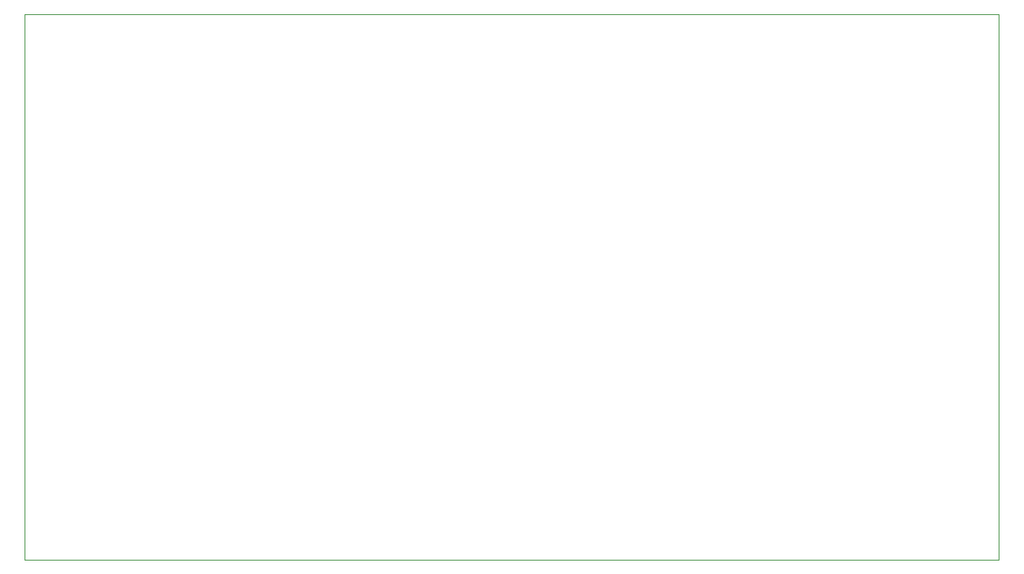
<source format=gbr>
G04 #@! TF.GenerationSoftware,KiCad,Pcbnew,7.0.10*
G04 #@! TF.CreationDate,2024-02-13T08:47:13+01:00*
G04 #@! TF.ProjectId,240116_Turning_Platform,32343031-3136-45f5-9475-726e696e675f,rev?*
G04 #@! TF.SameCoordinates,Original*
G04 #@! TF.FileFunction,Profile,NP*
%FSLAX46Y46*%
G04 Gerber Fmt 4.6, Leading zero omitted, Abs format (unit mm)*
G04 Created by KiCad (PCBNEW 7.0.10) date 2024-02-13 08:47:13*
%MOMM*%
%LPD*%
G01*
G04 APERTURE LIST*
G04 #@! TA.AperFunction,Profile*
%ADD10C,0.100000*%
G04 #@! TD*
G04 APERTURE END LIST*
D10*
X92075000Y-53340000D02*
X196215000Y-53340000D01*
X196215000Y-111760000D01*
X92075000Y-111760000D01*
X92075000Y-53340000D01*
M02*

</source>
